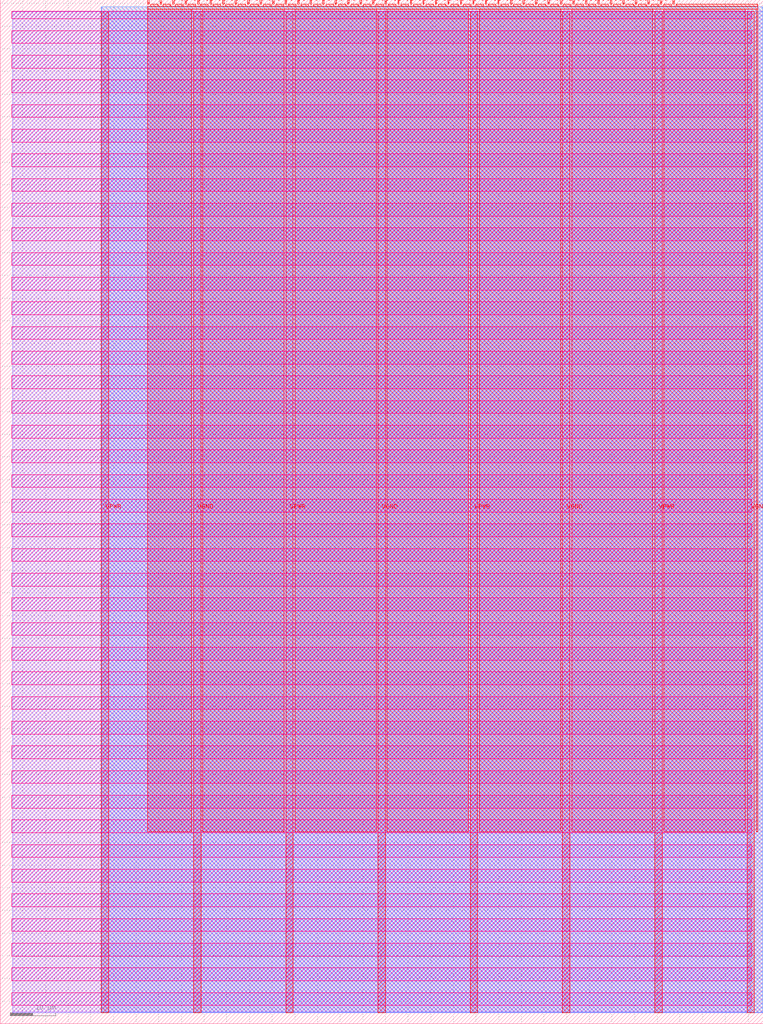
<source format=lef>
VERSION 5.7 ;
  NOWIREEXTENSIONATPIN ON ;
  DIVIDERCHAR "/" ;
  BUSBITCHARS "[]" ;
MACRO tt_um_toivoh_synth
  CLASS BLOCK ;
  FOREIGN tt_um_toivoh_synth ;
  ORIGIN 0.000 0.000 ;
  SIZE 168.360 BY 225.760 ;
  PIN VGND
    DIRECTION INOUT ;
    USE GROUND ;
    PORT
      LAYER met4 ;
        RECT 42.670 2.480 44.270 223.280 ;
    END
    PORT
      LAYER met4 ;
        RECT 83.380 2.480 84.980 223.280 ;
    END
    PORT
      LAYER met4 ;
        RECT 124.090 2.480 125.690 223.280 ;
    END
    PORT
      LAYER met4 ;
        RECT 164.800 2.480 166.400 223.280 ;
    END
  END VGND
  PIN VPWR
    DIRECTION INOUT ;
    USE POWER ;
    PORT
      LAYER met4 ;
        RECT 22.315 2.480 23.915 223.280 ;
    END
    PORT
      LAYER met4 ;
        RECT 63.025 2.480 64.625 223.280 ;
    END
    PORT
      LAYER met4 ;
        RECT 103.735 2.480 105.335 223.280 ;
    END
    PORT
      LAYER met4 ;
        RECT 144.445 2.480 146.045 223.280 ;
    END
  END VPWR
  PIN clk
    DIRECTION INPUT ;
    USE SIGNAL ;
    ANTENNAGATEAREA 0.852000 ;
    PORT
      LAYER met4 ;
        RECT 145.670 224.760 145.970 225.760 ;
    END
  END clk
  PIN ena
    DIRECTION INPUT ;
    USE SIGNAL ;
    PORT
      LAYER met4 ;
        RECT 148.430 224.760 148.730 225.760 ;
    END
  END ena
  PIN rst_n
    DIRECTION INPUT ;
    USE SIGNAL ;
    ANTENNAGATEAREA 0.159000 ;
    PORT
      LAYER met4 ;
        RECT 142.910 224.760 143.210 225.760 ;
    END
  END rst_n
  PIN ui_in[0]
    DIRECTION INPUT ;
    USE SIGNAL ;
    ANTENNAGATEAREA 0.196500 ;
    PORT
      LAYER met4 ;
        RECT 140.150 224.760 140.450 225.760 ;
    END
  END ui_in[0]
  PIN ui_in[1]
    DIRECTION INPUT ;
    USE SIGNAL ;
    ANTENNAGATEAREA 0.196500 ;
    PORT
      LAYER met4 ;
        RECT 137.390 224.760 137.690 225.760 ;
    END
  END ui_in[1]
  PIN ui_in[2]
    DIRECTION INPUT ;
    USE SIGNAL ;
    ANTENNAGATEAREA 0.196500 ;
    PORT
      LAYER met4 ;
        RECT 134.630 224.760 134.930 225.760 ;
    END
  END ui_in[2]
  PIN ui_in[3]
    DIRECTION INPUT ;
    USE SIGNAL ;
    ANTENNAGATEAREA 0.196500 ;
    PORT
      LAYER met4 ;
        RECT 131.870 224.760 132.170 225.760 ;
    END
  END ui_in[3]
  PIN ui_in[4]
    DIRECTION INPUT ;
    USE SIGNAL ;
    ANTENNAGATEAREA 0.196500 ;
    PORT
      LAYER met4 ;
        RECT 129.110 224.760 129.410 225.760 ;
    END
  END ui_in[4]
  PIN ui_in[5]
    DIRECTION INPUT ;
    USE SIGNAL ;
    ANTENNAGATEAREA 0.196500 ;
    PORT
      LAYER met4 ;
        RECT 126.350 224.760 126.650 225.760 ;
    END
  END ui_in[5]
  PIN ui_in[6]
    DIRECTION INPUT ;
    USE SIGNAL ;
    ANTENNAGATEAREA 0.196500 ;
    PORT
      LAYER met4 ;
        RECT 123.590 224.760 123.890 225.760 ;
    END
  END ui_in[6]
  PIN ui_in[7]
    DIRECTION INPUT ;
    USE SIGNAL ;
    ANTENNAGATEAREA 0.196500 ;
    PORT
      LAYER met4 ;
        RECT 120.830 224.760 121.130 225.760 ;
    END
  END ui_in[7]
  PIN uio_in[0]
    DIRECTION INPUT ;
    USE SIGNAL ;
    ANTENNAGATEAREA 0.196500 ;
    PORT
      LAYER met4 ;
        RECT 118.070 224.760 118.370 225.760 ;
    END
  END uio_in[0]
  PIN uio_in[1]
    DIRECTION INPUT ;
    USE SIGNAL ;
    ANTENNAGATEAREA 0.196500 ;
    PORT
      LAYER met4 ;
        RECT 115.310 224.760 115.610 225.760 ;
    END
  END uio_in[1]
  PIN uio_in[2]
    DIRECTION INPUT ;
    USE SIGNAL ;
    ANTENNAGATEAREA 0.196500 ;
    PORT
      LAYER met4 ;
        RECT 112.550 224.760 112.850 225.760 ;
    END
  END uio_in[2]
  PIN uio_in[3]
    DIRECTION INPUT ;
    USE SIGNAL ;
    ANTENNAGATEAREA 0.196500 ;
    PORT
      LAYER met4 ;
        RECT 109.790 224.760 110.090 225.760 ;
    END
  END uio_in[3]
  PIN uio_in[4]
    DIRECTION INPUT ;
    USE SIGNAL ;
    PORT
      LAYER met4 ;
        RECT 107.030 224.760 107.330 225.760 ;
    END
  END uio_in[4]
  PIN uio_in[5]
    DIRECTION INPUT ;
    USE SIGNAL ;
    PORT
      LAYER met4 ;
        RECT 104.270 224.760 104.570 225.760 ;
    END
  END uio_in[5]
  PIN uio_in[6]
    DIRECTION INPUT ;
    USE SIGNAL ;
    PORT
      LAYER met4 ;
        RECT 101.510 224.760 101.810 225.760 ;
    END
  END uio_in[6]
  PIN uio_in[7]
    DIRECTION INPUT ;
    USE SIGNAL ;
    ANTENNAGATEAREA 0.196500 ;
    PORT
      LAYER met4 ;
        RECT 98.750 224.760 99.050 225.760 ;
    END
  END uio_in[7]
  PIN uio_oe[0]
    DIRECTION OUTPUT TRISTATE ;
    USE SIGNAL ;
    PORT
      LAYER met4 ;
        RECT 51.830 224.760 52.130 225.760 ;
    END
  END uio_oe[0]
  PIN uio_oe[1]
    DIRECTION OUTPUT TRISTATE ;
    USE SIGNAL ;
    PORT
      LAYER met4 ;
        RECT 49.070 224.760 49.370 225.760 ;
    END
  END uio_oe[1]
  PIN uio_oe[2]
    DIRECTION OUTPUT TRISTATE ;
    USE SIGNAL ;
    PORT
      LAYER met4 ;
        RECT 46.310 224.760 46.610 225.760 ;
    END
  END uio_oe[2]
  PIN uio_oe[3]
    DIRECTION OUTPUT TRISTATE ;
    USE SIGNAL ;
    PORT
      LAYER met4 ;
        RECT 43.550 224.760 43.850 225.760 ;
    END
  END uio_oe[3]
  PIN uio_oe[4]
    DIRECTION OUTPUT TRISTATE ;
    USE SIGNAL ;
    PORT
      LAYER met4 ;
        RECT 40.790 224.760 41.090 225.760 ;
    END
  END uio_oe[4]
  PIN uio_oe[5]
    DIRECTION OUTPUT TRISTATE ;
    USE SIGNAL ;
    PORT
      LAYER met4 ;
        RECT 38.030 224.760 38.330 225.760 ;
    END
  END uio_oe[5]
  PIN uio_oe[6]
    DIRECTION OUTPUT TRISTATE ;
    USE SIGNAL ;
    PORT
      LAYER met4 ;
        RECT 35.270 224.760 35.570 225.760 ;
    END
  END uio_oe[6]
  PIN uio_oe[7]
    DIRECTION OUTPUT TRISTATE ;
    USE SIGNAL ;
    PORT
      LAYER met4 ;
        RECT 32.510 224.760 32.810 225.760 ;
    END
  END uio_oe[7]
  PIN uio_out[0]
    DIRECTION OUTPUT TRISTATE ;
    USE SIGNAL ;
    PORT
      LAYER met4 ;
        RECT 73.910 224.760 74.210 225.760 ;
    END
  END uio_out[0]
  PIN uio_out[1]
    DIRECTION OUTPUT TRISTATE ;
    USE SIGNAL ;
    PORT
      LAYER met4 ;
        RECT 71.150 224.760 71.450 225.760 ;
    END
  END uio_out[1]
  PIN uio_out[2]
    DIRECTION OUTPUT TRISTATE ;
    USE SIGNAL ;
    PORT
      LAYER met4 ;
        RECT 68.390 224.760 68.690 225.760 ;
    END
  END uio_out[2]
  PIN uio_out[3]
    DIRECTION OUTPUT TRISTATE ;
    USE SIGNAL ;
    PORT
      LAYER met4 ;
        RECT 65.630 224.760 65.930 225.760 ;
    END
  END uio_out[3]
  PIN uio_out[4]
    DIRECTION OUTPUT TRISTATE ;
    USE SIGNAL ;
    PORT
      LAYER met4 ;
        RECT 62.870 224.760 63.170 225.760 ;
    END
  END uio_out[4]
  PIN uio_out[5]
    DIRECTION OUTPUT TRISTATE ;
    USE SIGNAL ;
    PORT
      LAYER met4 ;
        RECT 60.110 224.760 60.410 225.760 ;
    END
  END uio_out[5]
  PIN uio_out[6]
    DIRECTION OUTPUT TRISTATE ;
    USE SIGNAL ;
    ANTENNADIFFAREA 0.795200 ;
    PORT
      LAYER met4 ;
        RECT 57.350 224.760 57.650 225.760 ;
    END
  END uio_out[6]
  PIN uio_out[7]
    DIRECTION OUTPUT TRISTATE ;
    USE SIGNAL ;
    PORT
      LAYER met4 ;
        RECT 54.590 224.760 54.890 225.760 ;
    END
  END uio_out[7]
  PIN uo_out[0]
    DIRECTION OUTPUT TRISTATE ;
    USE SIGNAL ;
    ANTENNADIFFAREA 0.795200 ;
    PORT
      LAYER met4 ;
        RECT 95.990 224.760 96.290 225.760 ;
    END
  END uo_out[0]
  PIN uo_out[1]
    DIRECTION OUTPUT TRISTATE ;
    USE SIGNAL ;
    ANTENNADIFFAREA 0.795200 ;
    PORT
      LAYER met4 ;
        RECT 93.230 224.760 93.530 225.760 ;
    END
  END uo_out[1]
  PIN uo_out[2]
    DIRECTION OUTPUT TRISTATE ;
    USE SIGNAL ;
    ANTENNADIFFAREA 0.795200 ;
    PORT
      LAYER met4 ;
        RECT 90.470 224.760 90.770 225.760 ;
    END
  END uo_out[2]
  PIN uo_out[3]
    DIRECTION OUTPUT TRISTATE ;
    USE SIGNAL ;
    ANTENNADIFFAREA 0.795200 ;
    PORT
      LAYER met4 ;
        RECT 87.710 224.760 88.010 225.760 ;
    END
  END uo_out[3]
  PIN uo_out[4]
    DIRECTION OUTPUT TRISTATE ;
    USE SIGNAL ;
    ANTENNADIFFAREA 0.795200 ;
    PORT
      LAYER met4 ;
        RECT 84.950 224.760 85.250 225.760 ;
    END
  END uo_out[4]
  PIN uo_out[5]
    DIRECTION OUTPUT TRISTATE ;
    USE SIGNAL ;
    ANTENNADIFFAREA 0.795200 ;
    PORT
      LAYER met4 ;
        RECT 82.190 224.760 82.490 225.760 ;
    END
  END uo_out[5]
  PIN uo_out[6]
    DIRECTION OUTPUT TRISTATE ;
    USE SIGNAL ;
    ANTENNADIFFAREA 0.795200 ;
    PORT
      LAYER met4 ;
        RECT 79.430 224.760 79.730 225.760 ;
    END
  END uo_out[6]
  PIN uo_out[7]
    DIRECTION OUTPUT TRISTATE ;
    USE SIGNAL ;
    ANTENNAGATEAREA 0.247500 ;
    ANTENNADIFFAREA 0.445500 ;
    PORT
      LAYER met4 ;
        RECT 76.670 224.760 76.970 225.760 ;
    END
  END uo_out[7]
  OBS
      LAYER nwell ;
        RECT 2.570 221.625 165.790 223.230 ;
        RECT 2.570 216.185 165.790 219.015 ;
        RECT 2.570 210.745 165.790 213.575 ;
        RECT 2.570 205.305 165.790 208.135 ;
        RECT 2.570 199.865 165.790 202.695 ;
        RECT 2.570 194.425 165.790 197.255 ;
        RECT 2.570 188.985 165.790 191.815 ;
        RECT 2.570 183.545 165.790 186.375 ;
        RECT 2.570 178.105 165.790 180.935 ;
        RECT 2.570 172.665 165.790 175.495 ;
        RECT 2.570 167.225 165.790 170.055 ;
        RECT 2.570 161.785 165.790 164.615 ;
        RECT 2.570 156.345 165.790 159.175 ;
        RECT 2.570 150.905 165.790 153.735 ;
        RECT 2.570 145.465 165.790 148.295 ;
        RECT 2.570 140.025 165.790 142.855 ;
        RECT 2.570 134.585 165.790 137.415 ;
        RECT 2.570 129.145 165.790 131.975 ;
        RECT 2.570 123.705 165.790 126.535 ;
        RECT 2.570 118.265 165.790 121.095 ;
        RECT 2.570 112.825 165.790 115.655 ;
        RECT 2.570 107.385 165.790 110.215 ;
        RECT 2.570 101.945 165.790 104.775 ;
        RECT 2.570 96.505 165.790 99.335 ;
        RECT 2.570 91.065 165.790 93.895 ;
        RECT 2.570 85.625 165.790 88.455 ;
        RECT 2.570 80.185 165.790 83.015 ;
        RECT 2.570 74.745 165.790 77.575 ;
        RECT 2.570 69.305 165.790 72.135 ;
        RECT 2.570 63.865 165.790 66.695 ;
        RECT 2.570 58.425 165.790 61.255 ;
        RECT 2.570 52.985 165.790 55.815 ;
        RECT 2.570 47.545 165.790 50.375 ;
        RECT 2.570 42.105 165.790 44.935 ;
        RECT 2.570 36.665 165.790 39.495 ;
        RECT 2.570 31.225 165.790 34.055 ;
        RECT 2.570 25.785 165.790 28.615 ;
        RECT 2.570 20.345 165.790 23.175 ;
        RECT 2.570 14.905 165.790 17.735 ;
        RECT 2.570 9.465 165.790 12.295 ;
        RECT 2.570 4.025 165.790 6.855 ;
      LAYER li1 ;
        RECT 2.760 2.635 165.600 223.125 ;
      LAYER met1 ;
        RECT 2.760 2.480 168.290 223.280 ;
      LAYER met2 ;
        RECT 22.345 2.535 168.270 224.245 ;
      LAYER met3 ;
        RECT 22.325 2.555 168.295 224.225 ;
      LAYER met4 ;
        RECT 33.210 224.360 34.870 224.760 ;
        RECT 35.970 224.360 37.630 224.760 ;
        RECT 38.730 224.360 40.390 224.760 ;
        RECT 41.490 224.360 43.150 224.760 ;
        RECT 44.250 224.360 45.910 224.760 ;
        RECT 47.010 224.360 48.670 224.760 ;
        RECT 49.770 224.360 51.430 224.760 ;
        RECT 52.530 224.360 54.190 224.760 ;
        RECT 55.290 224.360 56.950 224.760 ;
        RECT 58.050 224.360 59.710 224.760 ;
        RECT 60.810 224.360 62.470 224.760 ;
        RECT 63.570 224.360 65.230 224.760 ;
        RECT 66.330 224.360 67.990 224.760 ;
        RECT 69.090 224.360 70.750 224.760 ;
        RECT 71.850 224.360 73.510 224.760 ;
        RECT 74.610 224.360 76.270 224.760 ;
        RECT 77.370 224.360 79.030 224.760 ;
        RECT 80.130 224.360 81.790 224.760 ;
        RECT 82.890 224.360 84.550 224.760 ;
        RECT 85.650 224.360 87.310 224.760 ;
        RECT 88.410 224.360 90.070 224.760 ;
        RECT 91.170 224.360 92.830 224.760 ;
        RECT 93.930 224.360 95.590 224.760 ;
        RECT 96.690 224.360 98.350 224.760 ;
        RECT 99.450 224.360 101.110 224.760 ;
        RECT 102.210 224.360 103.870 224.760 ;
        RECT 104.970 224.360 106.630 224.760 ;
        RECT 107.730 224.360 109.390 224.760 ;
        RECT 110.490 224.360 112.150 224.760 ;
        RECT 113.250 224.360 114.910 224.760 ;
        RECT 116.010 224.360 117.670 224.760 ;
        RECT 118.770 224.360 120.430 224.760 ;
        RECT 121.530 224.360 123.190 224.760 ;
        RECT 124.290 224.360 125.950 224.760 ;
        RECT 127.050 224.360 128.710 224.760 ;
        RECT 129.810 224.360 131.470 224.760 ;
        RECT 132.570 224.360 134.230 224.760 ;
        RECT 135.330 224.360 136.990 224.760 ;
        RECT 138.090 224.360 139.750 224.760 ;
        RECT 140.850 224.360 142.510 224.760 ;
        RECT 143.610 224.360 145.270 224.760 ;
        RECT 146.370 224.360 148.030 224.760 ;
        RECT 149.130 224.360 167.145 224.760 ;
        RECT 32.495 223.680 167.145 224.360 ;
        RECT 32.495 42.335 42.270 223.680 ;
        RECT 44.670 42.335 62.625 223.680 ;
        RECT 65.025 42.335 82.980 223.680 ;
        RECT 85.380 42.335 103.335 223.680 ;
        RECT 105.735 42.335 123.690 223.680 ;
        RECT 126.090 42.335 144.045 223.680 ;
        RECT 146.445 42.335 164.400 223.680 ;
        RECT 166.800 42.335 167.145 223.680 ;
  END
END tt_um_toivoh_synth
END LIBRARY


</source>
